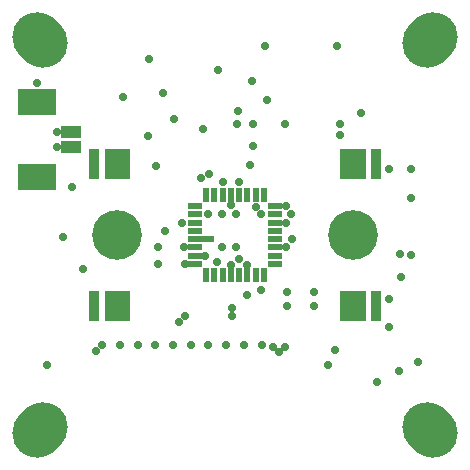
<source format=gts>
%FSLAX44Y44*%
%MOMM*%
G71*
G01*
G75*
G04 Layer_Color=8388736*
%ADD10R,0.4000X1.0000*%
%ADD11R,1.0000X0.4000*%
%ADD12R,0.7250X2.3500*%
%ADD13R,3.0000X2.1000*%
%ADD14R,1.6000X0.8000*%
%ADD15C,0.2000*%
%ADD16C,0.2540*%
%ADD17C,0.4000*%
%ADD18C,0.3000*%
%ADD19R,1.1000X0.4000*%
%ADD20R,1.9250X2.3500*%
%ADD21C,4.0000*%
G04:AMPARAMS|DCode=22|XSize=4.7mm|YSize=4mm|CornerRadius=2mm|HoleSize=0mm|Usage=FLASHONLY|Rotation=45.000|XOffset=0mm|YOffset=0mm|HoleType=Round|Shape=RoundedRectangle|*
%AMROUNDEDRECTD22*
21,1,4.7000,0.0000,0,0,45.0*
21,1,0.7000,4.0000,0,0,45.0*
1,1,4.0000,0.2475,0.2475*
1,1,4.0000,-0.2475,-0.2475*
1,1,4.0000,-0.2475,-0.2475*
1,1,4.0000,0.2475,0.2475*
%
%ADD22ROUNDEDRECTD22*%
G04:AMPARAMS|DCode=23|XSize=4.7mm|YSize=4mm|CornerRadius=2mm|HoleSize=0mm|Usage=FLASHONLY|Rotation=-45.000|XOffset=0mm|YOffset=0mm|HoleType=Round|Shape=RoundedRectangle|*
%AMROUNDEDRECTD23*
21,1,4.7000,0.0000,0,0,-45.0*
21,1,0.7000,4.0000,0,0,-45.0*
1,1,4.0000,0.2475,-0.2475*
1,1,4.0000,-0.2475,0.2475*
1,1,4.0000,-0.2475,0.2475*
1,1,4.0000,0.2475,-0.2475*
%
%ADD23ROUNDEDRECTD23*%
%ADD24C,0.5000*%
%ADD25C,0.5000*%
%ADD26C,3.6000*%
%ADD27R,0.5000X0.6000*%
%ADD28R,0.6000X0.5000*%
%ADD29R,1.1000X0.5000*%
%ADD30R,2.1844X2.4130*%
%ADD31R,0.3000X1.1000*%
%ADD32R,1.2700X0.5080*%
%ADD33R,2.4000X1.2500*%
%ADD34R,1.2000X1.2500*%
%ADD35R,0.5000X1.1000*%
%ADD36R,0.8890X1.0160*%
%ADD37C,0.8000*%
%ADD38R,0.8128X0.8128*%
%ADD39R,1.2000X1.4000*%
%ADD40R,1.2000X1.6000*%
%ADD41R,1.2954X1.6002*%
%ADD42R,1.3970X1.3970*%
%ADD43R,0.8128X0.8128*%
%ADD44O,0.3000X1.5000*%
%ADD45R,2.1800X1.7200*%
%ADD46C,4.4000*%
%ADD47C,0.1270*%
%ADD48C,1.4000*%
%ADD49C,0.1200*%
%ADD50C,0.1000*%
%ADD51R,3.2000X3.2000*%
%ADD52R,1.0750X0.6000*%
%ADD53R,1.4000X2.5500*%
%ADD54R,0.6040X1.2040*%
%ADD55R,1.2040X0.6040*%
%ADD56R,0.9290X2.5540*%
%ADD57R,3.2040X2.3040*%
%ADD58R,1.8040X1.0040*%
%ADD59C,4.2040*%
G04:AMPARAMS|DCode=60|XSize=4.904mm|YSize=4.204mm|CornerRadius=2.102mm|HoleSize=0mm|Usage=FLASHONLY|Rotation=45.000|XOffset=0mm|YOffset=0mm|HoleType=Round|Shape=RoundedRectangle|*
%AMROUNDEDRECTD60*
21,1,4.9040,0.0000,0,0,45.0*
21,1,0.7000,4.2040,0,0,45.0*
1,1,4.2040,0.2475,0.2475*
1,1,4.2040,-0.2475,-0.2475*
1,1,4.2040,-0.2475,-0.2475*
1,1,4.2040,0.2475,0.2475*
%
%ADD60ROUNDEDRECTD60*%
G04:AMPARAMS|DCode=61|XSize=4.904mm|YSize=4.204mm|CornerRadius=2.102mm|HoleSize=0mm|Usage=FLASHONLY|Rotation=-45.000|XOffset=0mm|YOffset=0mm|HoleType=Round|Shape=RoundedRectangle|*
%AMROUNDEDRECTD61*
21,1,4.9040,0.0000,0,0,-45.0*
21,1,0.7000,4.2040,0,0,-45.0*
1,1,4.2040,0.2475,-0.2475*
1,1,4.2040,-0.2475,0.2475*
1,1,4.2040,-0.2475,0.2475*
1,1,4.2040,0.2475,-0.2475*
%
%ADD61ROUNDEDRECTD61*%
%ADD62C,0.7040*%
D52*
X-22875Y-3500D02*
D03*
D53*
X-103750Y60000D02*
D03*
X103750Y60000D02*
D03*
X103750Y-60000D02*
D03*
X-103750D02*
D03*
D54*
X24500Y34250D02*
D03*
X17500D02*
D03*
X10500D02*
D03*
X-17500D02*
D03*
X-10500D02*
D03*
X-3500D02*
D03*
X3500D02*
D03*
X24500Y-34250D02*
D03*
X17500D02*
D03*
X10500D02*
D03*
X-17500D02*
D03*
X-10500D02*
D03*
X-3500D02*
D03*
X3500D02*
D03*
X-24500D02*
D03*
Y34250D02*
D03*
D55*
X34250Y-3500D02*
D03*
Y3500D02*
D03*
Y10500D02*
D03*
Y17500D02*
D03*
Y24500D02*
D03*
Y-10500D02*
D03*
Y-17500D02*
D03*
Y-24500D02*
D03*
X-34250D02*
D03*
Y-17500D02*
D03*
Y-10500D02*
D03*
Y24500D02*
D03*
Y17500D02*
D03*
Y10500D02*
D03*
Y3500D02*
D03*
Y-3500D02*
D03*
D56*
X-93000Y60000D02*
D03*
X-119000D02*
D03*
X93000D02*
D03*
X119000D02*
D03*
X93000Y-60000D02*
D03*
X119000D02*
D03*
X-93000D02*
D03*
X-119000D02*
D03*
D57*
X-167750Y112750D02*
D03*
Y49250D02*
D03*
D58*
X-138750Y74750D02*
D03*
Y87250D02*
D03*
D59*
X-100000Y0D02*
D03*
X100000D02*
D03*
D60*
X165000Y165000D02*
D03*
X-165000Y-165000D02*
D03*
D61*
X165000D02*
D03*
X-165000Y165000D02*
D03*
D62*
X106500Y103000D02*
D03*
X67000Y-60000D02*
D03*
X-47497Y-74000D02*
D03*
X67000Y-48000D02*
D03*
X-42497Y-69000D02*
D03*
X44000Y-60000D02*
D03*
Y-48000D02*
D03*
X21701Y-46230D02*
D03*
X10000Y-51000D02*
D03*
X1000Y-10000D02*
D03*
X48500Y-3500D02*
D03*
X-23000Y17500D02*
D03*
X-65500Y-24500D02*
D03*
X-58895Y3500D02*
D03*
X-74000Y84000D02*
D03*
X-72795Y149205D02*
D03*
X37500Y-99500D02*
D03*
X42503Y-94497D02*
D03*
X32503Y-94503D02*
D03*
X86000Y160000D02*
D03*
X-14500Y139500D02*
D03*
X14000Y130000D02*
D03*
X27000Y114000D02*
D03*
X2619Y105000D02*
D03*
X-51500Y98500D02*
D03*
X25000Y160000D02*
D03*
X-167750Y128750D02*
D03*
X130000Y-78000D02*
D03*
X149000Y-17000D02*
D03*
X43500Y24500D02*
D03*
X149000Y31500D02*
D03*
X-95000Y117000D02*
D03*
X-117497Y-98503D02*
D03*
X-61000Y120500D02*
D03*
X-150750Y74750D02*
D03*
Y87000D02*
D03*
X-146000Y-2000D02*
D03*
X-128498Y-28500D02*
D03*
X1700Y93700D02*
D03*
X-27000Y90000D02*
D03*
X-22000Y52000D02*
D03*
X-65500Y-10500D02*
D03*
X47069Y17500D02*
D03*
X43500Y10500D02*
D03*
X42000Y94000D02*
D03*
X-158938Y-109938D02*
D03*
X78938Y-109938D02*
D03*
X139500Y-16000D02*
D03*
X88500Y84500D02*
D03*
X120500Y-124500D02*
D03*
X-15000Y-23000D02*
D03*
X-11000Y-10000D02*
D03*
X-112497Y-93497D02*
D03*
X-97497D02*
D03*
X-82497D02*
D03*
X-67497D02*
D03*
X-52497D02*
D03*
X-37497D02*
D03*
X-22497D02*
D03*
X3500Y-20500D02*
D03*
X-3500Y-25500D02*
D03*
X-7497Y-93497D02*
D03*
X-2497Y-69000D02*
D03*
Y-62000D02*
D03*
X7503Y-93497D02*
D03*
X22503D02*
D03*
X22000Y17500D02*
D03*
X17500Y23500D02*
D03*
X-137620Y40620D02*
D03*
X15500Y94000D02*
D03*
Y75000D02*
D03*
X154500Y-107500D02*
D03*
X130000Y55500D02*
D03*
X149000D02*
D03*
X130000Y-54000D02*
D03*
X140420Y-35500D02*
D03*
X84500Y-97000D02*
D03*
X-25500Y-17500D02*
D03*
X-42500Y-24500D02*
D03*
X10500Y-25500D02*
D03*
X43500Y-10500D02*
D03*
X12500Y59500D02*
D03*
X-67000Y58000D02*
D03*
X-44500Y10500D02*
D03*
X-28858Y48517D02*
D03*
X3500Y45000D02*
D03*
X-3500Y25500D02*
D03*
X-10500Y45000D02*
D03*
X1000Y17500D02*
D03*
X-11000D02*
D03*
X-42888Y-10500D02*
D03*
X139000Y-115000D02*
D03*
X88500Y94000D02*
D03*
M02*

</source>
